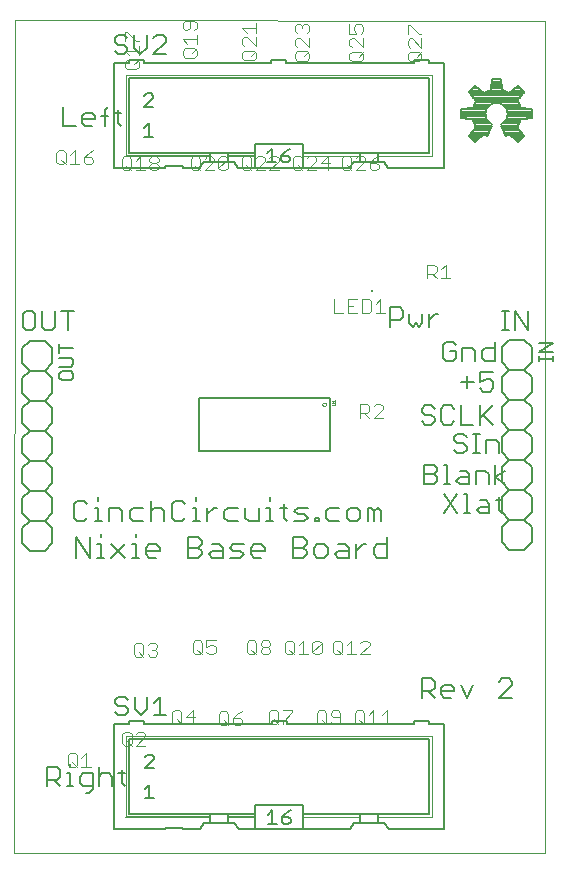
<source format=gto>
G75*
G70*
%OFA0B0*%
%FSLAX24Y24*%
%IPPOS*%
%LPD*%
%AMOC8*
5,1,8,0,0,1.08239X$1,22.5*
%
%ADD10C,0.0000*%
%ADD11C,0.0079*%
%ADD12C,0.0060*%
%ADD13C,0.0080*%
%ADD14C,0.0050*%
%ADD15C,0.0020*%
%ADD16C,0.0070*%
%ADD17C,0.0040*%
%ADD18R,0.0098X0.0098*%
%ADD19C,0.0020*%
%ADD20C,0.0010*%
D10*
X001415Y000100D02*
X001454Y027856D01*
X019132Y027844D01*
X019132Y000100D01*
X001415Y000100D01*
D11*
X016790Y023815D02*
X016587Y024019D01*
X016829Y024315D01*
X016785Y024394D01*
X016751Y024477D01*
X016726Y024563D01*
X016345Y024602D01*
X016345Y024890D01*
X016726Y024928D01*
X016751Y025014D01*
X016785Y025097D01*
X016829Y025176D01*
X016587Y025473D01*
X016790Y025676D01*
X017087Y025434D01*
X017166Y025478D01*
X017249Y025512D01*
X017785Y025512D01*
X017786Y025512D02*
X017700Y025537D01*
X017661Y025918D01*
X017373Y025918D01*
X017335Y025537D01*
X017249Y025512D01*
X017340Y025589D02*
X017695Y025589D01*
X017687Y025667D02*
X017348Y025667D01*
X017356Y025744D02*
X017679Y025744D01*
X017671Y025821D02*
X017364Y025821D01*
X017371Y025898D02*
X017663Y025898D01*
X017786Y025512D02*
X017869Y025478D01*
X017948Y025434D01*
X018244Y025676D01*
X018448Y025473D01*
X018206Y025176D01*
X018249Y025097D01*
X018284Y025014D01*
X018309Y024928D01*
X018690Y024890D01*
X018690Y024602D01*
X018309Y024563D01*
X018284Y024477D01*
X018249Y024394D01*
X018206Y024315D01*
X018448Y024019D01*
X018244Y023815D01*
X017948Y024057D01*
X017889Y024024D01*
X017828Y023995D01*
X017659Y024405D01*
X017722Y024439D01*
X017778Y024485D01*
X017824Y024541D01*
X017858Y024604D01*
X017879Y024674D01*
X017886Y024746D01*
X017879Y024818D01*
X017858Y024887D01*
X017824Y024951D01*
X017778Y025007D01*
X017722Y025053D01*
X017659Y025087D01*
X017589Y025108D01*
X017517Y025115D01*
X017445Y025108D01*
X017376Y025087D01*
X017312Y025053D01*
X017256Y025007D01*
X017210Y024951D01*
X017176Y024887D01*
X017155Y024818D01*
X017148Y024746D01*
X017155Y024674D01*
X017176Y024604D01*
X017210Y024541D01*
X017256Y024485D01*
X017312Y024439D01*
X017376Y024405D01*
X017207Y023995D01*
X017146Y024024D01*
X017087Y024057D01*
X016790Y023815D01*
X016715Y023890D02*
X016882Y023890D01*
X016977Y023967D02*
X016638Y023967D01*
X016608Y024045D02*
X017072Y024045D01*
X017109Y024045D02*
X017227Y024045D01*
X017259Y024122D02*
X016671Y024122D01*
X016734Y024199D02*
X017291Y024199D01*
X017323Y024276D02*
X016797Y024276D01*
X016808Y024353D02*
X017355Y024353D01*
X017327Y024431D02*
X016770Y024431D01*
X016742Y024508D02*
X017237Y024508D01*
X017187Y024585D02*
X016508Y024585D01*
X016345Y024662D02*
X017159Y024662D01*
X017149Y024740D02*
X016345Y024740D01*
X016345Y024817D02*
X017155Y024817D01*
X017180Y024894D02*
X016390Y024894D01*
X016681Y025358D02*
X018354Y025358D01*
X018417Y025435D02*
X017948Y025435D01*
X017947Y025435D02*
X017088Y025435D01*
X017086Y025435D02*
X016618Y025435D01*
X016626Y025512D02*
X016992Y025512D01*
X016897Y025589D02*
X016703Y025589D01*
X016780Y025667D02*
X016802Y025667D01*
X016744Y025280D02*
X018291Y025280D01*
X018228Y025203D02*
X016807Y025203D01*
X016801Y025126D02*
X018234Y025126D01*
X018269Y025049D02*
X017727Y025049D01*
X017807Y024971D02*
X018296Y024971D01*
X018645Y024894D02*
X017854Y024894D01*
X017879Y024817D02*
X018690Y024817D01*
X018690Y024740D02*
X017886Y024740D01*
X017876Y024662D02*
X018690Y024662D01*
X018527Y024585D02*
X017848Y024585D01*
X017797Y024508D02*
X018293Y024508D01*
X018264Y024431D02*
X017707Y024431D01*
X017680Y024353D02*
X018227Y024353D01*
X018238Y024276D02*
X017712Y024276D01*
X017744Y024199D02*
X018301Y024199D01*
X018364Y024122D02*
X017776Y024122D01*
X017808Y024045D02*
X017926Y024045D01*
X017963Y024045D02*
X018427Y024045D01*
X018397Y023967D02*
X018058Y023967D01*
X018152Y023890D02*
X018320Y023890D01*
X017227Y024971D02*
X016739Y024971D01*
X016765Y025049D02*
X017308Y025049D01*
X018043Y025512D02*
X018409Y025512D01*
X018332Y025589D02*
X018138Y025589D01*
X018232Y025667D02*
X018254Y025667D01*
D12*
X018135Y018172D02*
X018562Y017532D01*
X018562Y018172D01*
X018135Y018172D02*
X018135Y017532D01*
X017918Y017532D02*
X017705Y017532D01*
X017812Y017532D02*
X017812Y018172D01*
X017918Y018172D02*
X017705Y018172D01*
X017937Y017222D02*
X017687Y016972D01*
X017687Y016472D01*
X017937Y016222D01*
X017687Y015972D01*
X017687Y015472D01*
X017937Y015222D01*
X018437Y015222D01*
X018687Y015472D01*
X018687Y015972D01*
X018437Y016222D01*
X017937Y016222D01*
X018437Y016222D02*
X018687Y016472D01*
X018687Y016972D01*
X018437Y017222D01*
X017937Y017222D01*
X017452Y017148D02*
X017452Y016508D01*
X017132Y016508D01*
X017025Y016615D01*
X017025Y016828D01*
X017132Y016935D01*
X017452Y016935D01*
X017398Y016125D02*
X016971Y016125D01*
X016971Y015805D01*
X017185Y015911D01*
X017292Y015911D01*
X017398Y015805D01*
X017398Y015591D01*
X017292Y015484D01*
X017078Y015484D01*
X016971Y015591D01*
X016754Y015805D02*
X016327Y015805D01*
X016540Y016018D02*
X016540Y015591D01*
X016317Y015023D02*
X016317Y014382D01*
X016744Y014382D01*
X016961Y014382D02*
X016961Y015023D01*
X017068Y014702D02*
X017388Y014382D01*
X017687Y014472D02*
X017687Y014972D01*
X017937Y015222D01*
X018437Y015222D02*
X018687Y014972D01*
X018687Y014472D01*
X018437Y014222D01*
X018687Y013972D01*
X018687Y013472D01*
X018437Y013222D01*
X018687Y012972D01*
X018687Y012472D01*
X018437Y012222D01*
X017937Y012222D01*
X017687Y012472D01*
X017687Y012972D01*
X017937Y013222D01*
X017687Y013472D01*
X017687Y013972D01*
X017937Y014222D01*
X017687Y014472D01*
X017937Y014222D02*
X018437Y014222D01*
X017592Y013757D02*
X017592Y013437D01*
X017592Y013757D02*
X017485Y013864D01*
X017165Y013864D01*
X017165Y013437D01*
X016949Y013437D02*
X016735Y013437D01*
X016842Y013437D02*
X016842Y014078D01*
X016735Y014078D02*
X016949Y014078D01*
X016961Y014595D02*
X017388Y015023D01*
X016411Y014078D02*
X016197Y014078D01*
X016091Y013971D01*
X016091Y013864D01*
X016197Y013757D01*
X016411Y013757D01*
X016518Y013651D01*
X016518Y013544D01*
X016411Y013437D01*
X016197Y013437D01*
X016091Y013544D01*
X015858Y013054D02*
X015858Y012413D01*
X015964Y012413D02*
X015751Y012413D01*
X015776Y012070D02*
X016203Y011429D01*
X016420Y011429D02*
X016634Y011429D01*
X016527Y011429D02*
X016527Y012070D01*
X016420Y012070D01*
X016203Y012070D02*
X015776Y011429D01*
X015427Y012413D02*
X015106Y012413D01*
X015106Y013054D01*
X015427Y013054D01*
X015533Y012947D01*
X015533Y012840D01*
X015427Y012734D01*
X015106Y012734D01*
X015427Y012734D02*
X015533Y012627D01*
X015533Y012520D01*
X015427Y012413D01*
X015751Y013054D02*
X015858Y013054D01*
X016287Y012840D02*
X016501Y012840D01*
X016608Y012734D01*
X016608Y012413D01*
X016287Y012413D01*
X016181Y012520D01*
X016287Y012627D01*
X016608Y012627D01*
X016825Y012413D02*
X016825Y012840D01*
X017145Y012840D01*
X017252Y012734D01*
X017252Y012413D01*
X017470Y012413D02*
X017470Y013054D01*
X017790Y012840D02*
X017470Y012627D01*
X017790Y012413D01*
X017937Y012222D02*
X017687Y011972D01*
X017687Y011472D01*
X017937Y011222D01*
X017687Y010972D01*
X017687Y010472D01*
X017937Y010222D01*
X018437Y010222D01*
X018687Y010472D01*
X018687Y010972D01*
X018437Y011222D01*
X017937Y011222D01*
X017708Y011429D02*
X017601Y011536D01*
X017601Y011963D01*
X017494Y011856D02*
X017708Y011856D01*
X017277Y011749D02*
X017277Y011429D01*
X016957Y011429D01*
X016850Y011536D01*
X016957Y011643D01*
X017277Y011643D01*
X017277Y011749D02*
X017170Y011856D01*
X016957Y011856D01*
X017937Y013222D02*
X018437Y013222D01*
X018437Y012222D02*
X018687Y011972D01*
X018687Y011472D01*
X018437Y011222D01*
X016518Y013971D02*
X016411Y014078D01*
X016099Y014489D02*
X015992Y014382D01*
X015779Y014382D01*
X015672Y014489D01*
X015672Y014916D01*
X015779Y015023D01*
X015992Y015023D01*
X016099Y014916D01*
X015455Y014916D02*
X015348Y015023D01*
X015134Y015023D01*
X015028Y014916D01*
X015028Y014809D01*
X015134Y014702D01*
X015348Y014702D01*
X015455Y014595D01*
X015455Y014489D01*
X015348Y014382D01*
X015134Y014382D01*
X015028Y014489D01*
X015843Y016508D02*
X015736Y016615D01*
X015736Y017042D01*
X015843Y017148D01*
X016057Y017148D01*
X016163Y017042D01*
X016163Y016828D02*
X015950Y016828D01*
X016163Y016828D02*
X016163Y016615D01*
X016057Y016508D01*
X015843Y016508D01*
X016381Y016508D02*
X016381Y016935D01*
X016701Y016935D01*
X016808Y016828D01*
X016808Y016508D01*
X015574Y018077D02*
X015467Y018077D01*
X015254Y017863D01*
X015254Y017650D02*
X015254Y018077D01*
X015036Y018077D02*
X015036Y017756D01*
X014929Y017650D01*
X014823Y017756D01*
X014716Y017650D01*
X014609Y017756D01*
X014609Y018077D01*
X014392Y018183D02*
X014392Y017970D01*
X014285Y017863D01*
X013965Y017863D01*
X013965Y017650D02*
X013965Y018290D01*
X014285Y018290D01*
X014392Y018183D01*
X015028Y005928D02*
X015348Y005928D01*
X015455Y005821D01*
X015455Y005608D01*
X015348Y005501D01*
X015028Y005501D01*
X015241Y005501D02*
X015455Y005287D01*
X015672Y005394D02*
X015672Y005608D01*
X015779Y005715D01*
X015992Y005715D01*
X016099Y005608D01*
X016099Y005501D01*
X015672Y005501D01*
X015672Y005394D02*
X015779Y005287D01*
X015992Y005287D01*
X016317Y005715D02*
X016530Y005287D01*
X016744Y005715D01*
X017606Y005821D02*
X017713Y005928D01*
X017926Y005928D01*
X018033Y005821D01*
X018033Y005715D01*
X017606Y005287D01*
X018033Y005287D01*
X015028Y005287D02*
X015028Y005928D01*
X005124Y002762D02*
X004911Y002762D01*
X005017Y002869D02*
X005017Y002441D01*
X005124Y002335D01*
X004693Y002335D02*
X004693Y002655D01*
X004586Y002762D01*
X004373Y002762D01*
X004266Y002655D01*
X004049Y002762D02*
X003728Y002762D01*
X003622Y002655D01*
X003622Y002441D01*
X003728Y002335D01*
X004049Y002335D01*
X004049Y002228D02*
X004049Y002762D01*
X004266Y002975D02*
X004266Y002335D01*
X004049Y002228D02*
X003942Y002121D01*
X003835Y002121D01*
X003405Y002335D02*
X003192Y002335D01*
X003299Y002335D02*
X003299Y002762D01*
X003192Y002762D01*
X003299Y002975D02*
X003299Y003082D01*
X002974Y002869D02*
X002974Y002655D01*
X002868Y002548D01*
X002547Y002548D01*
X002547Y002335D02*
X002547Y002975D01*
X002868Y002975D01*
X002974Y002869D01*
X002761Y002548D02*
X002974Y002335D01*
X002452Y010183D02*
X001952Y010183D01*
X001702Y010433D01*
X001702Y010933D01*
X001952Y011183D01*
X001702Y011433D01*
X001702Y011933D01*
X001952Y012183D01*
X001702Y012433D01*
X001702Y012933D01*
X001952Y013183D01*
X001702Y013433D01*
X001702Y013933D01*
X001952Y014183D01*
X001702Y014433D01*
X001702Y014933D01*
X001952Y015183D01*
X001702Y015433D01*
X001702Y015933D01*
X001952Y016183D01*
X001702Y016433D01*
X001702Y016933D01*
X001952Y017183D01*
X002452Y017183D01*
X002702Y016933D01*
X002702Y016433D01*
X002452Y016183D01*
X002702Y015933D01*
X002702Y015433D01*
X002452Y015183D01*
X001952Y015183D01*
X002452Y015183D02*
X002702Y014933D01*
X002702Y014433D01*
X002452Y014183D01*
X002702Y013933D01*
X002702Y013433D01*
X002452Y013183D01*
X002702Y012933D01*
X002702Y012433D01*
X002452Y012183D01*
X001952Y012183D01*
X002452Y012183D02*
X002702Y011933D01*
X002702Y011433D01*
X002452Y011183D01*
X002702Y010933D01*
X002702Y010433D01*
X002452Y010183D01*
X002452Y011183D02*
X001952Y011183D01*
X001952Y013183D02*
X002452Y013183D01*
X002452Y014183D02*
X001952Y014183D01*
X001952Y016183D02*
X002452Y016183D01*
X002472Y017532D02*
X002685Y017532D01*
X002792Y017638D01*
X002792Y018172D01*
X003010Y018172D02*
X003437Y018172D01*
X003223Y018172D02*
X003223Y017532D01*
X002472Y017532D02*
X002365Y017638D01*
X002365Y018172D01*
X002148Y018065D02*
X002148Y017638D01*
X002041Y017532D01*
X001827Y017532D01*
X001721Y017638D01*
X001721Y018065D01*
X001827Y018172D01*
X002041Y018172D01*
X002148Y018065D01*
X003059Y024343D02*
X003486Y024343D01*
X003704Y024449D02*
X003704Y024663D01*
X003810Y024770D01*
X004024Y024770D01*
X004131Y024663D01*
X004131Y024556D01*
X003704Y024556D01*
X003704Y024449D02*
X003810Y024343D01*
X004024Y024343D01*
X004455Y024343D02*
X004455Y024876D01*
X004562Y024983D01*
X004778Y024770D02*
X004991Y024770D01*
X004885Y024876D02*
X004885Y024449D01*
X004991Y024343D01*
X004562Y024663D02*
X004348Y024663D01*
X003059Y024983D02*
X003059Y024343D01*
D13*
X004237Y011958D02*
X004237Y011844D01*
X004237Y011617D02*
X004237Y011164D01*
X004350Y011164D02*
X004123Y011164D01*
X003877Y011277D02*
X003764Y011164D01*
X003537Y011164D01*
X003423Y011277D01*
X003423Y011731D01*
X003537Y011844D01*
X003764Y011844D01*
X003877Y011731D01*
X004123Y011617D02*
X004237Y011617D01*
X004590Y011617D02*
X004590Y011164D01*
X004590Y011617D02*
X004930Y011617D01*
X005044Y011504D01*
X005044Y011164D01*
X005290Y011277D02*
X005290Y011504D01*
X005403Y011617D01*
X005743Y011617D01*
X005989Y011504D02*
X006103Y011617D01*
X006330Y011617D01*
X006443Y011504D01*
X006443Y011164D01*
X006689Y011277D02*
X006689Y011731D01*
X006803Y011844D01*
X007029Y011844D01*
X007143Y011731D01*
X007389Y011617D02*
X007502Y011617D01*
X007502Y011164D01*
X007389Y011164D02*
X007616Y011164D01*
X007856Y011164D02*
X007856Y011617D01*
X008082Y011617D02*
X007856Y011390D01*
X007502Y011844D02*
X007502Y011958D01*
X008082Y011617D02*
X008196Y011617D01*
X008439Y011504D02*
X008439Y011277D01*
X008552Y011164D01*
X008892Y011164D01*
X009138Y011277D02*
X009252Y011164D01*
X009592Y011164D01*
X009592Y011617D01*
X009838Y011617D02*
X009952Y011617D01*
X009952Y011164D01*
X010065Y011164D02*
X009838Y011164D01*
X010418Y011277D02*
X010418Y011731D01*
X010305Y011617D02*
X010532Y011617D01*
X010771Y011504D02*
X010885Y011617D01*
X011225Y011617D01*
X011112Y011390D02*
X010885Y011390D01*
X010771Y011504D01*
X010771Y011164D02*
X011112Y011164D01*
X011225Y011277D01*
X011112Y011390D01*
X011471Y011277D02*
X011585Y011277D01*
X011585Y011164D01*
X011471Y011164D01*
X011471Y011277D01*
X011821Y011277D02*
X011934Y011164D01*
X012275Y011164D01*
X012521Y011277D02*
X012521Y011504D01*
X012634Y011617D01*
X012861Y011617D01*
X012975Y011504D01*
X012975Y011277D01*
X012861Y011164D01*
X012634Y011164D01*
X012521Y011277D01*
X012275Y011617D02*
X011934Y011617D01*
X011821Y011504D01*
X011821Y011277D01*
X011774Y010397D02*
X011547Y010397D01*
X011433Y010283D01*
X011433Y010057D01*
X011547Y009943D01*
X011774Y009943D01*
X011887Y010057D01*
X011887Y010283D01*
X011774Y010397D01*
X012133Y010057D02*
X012246Y010170D01*
X012587Y010170D01*
X012587Y010283D02*
X012587Y009943D01*
X012246Y009943D01*
X012133Y010057D01*
X012246Y010397D02*
X012473Y010397D01*
X012587Y010283D01*
X012833Y010170D02*
X013060Y010397D01*
X013173Y010397D01*
X012833Y010397D02*
X012833Y009943D01*
X013416Y010057D02*
X013416Y010283D01*
X013529Y010397D01*
X013870Y010397D01*
X013870Y010624D02*
X013870Y009943D01*
X013529Y009943D01*
X013416Y010057D01*
X013447Y011164D02*
X013447Y011504D01*
X013561Y011617D01*
X013674Y011504D01*
X013674Y011164D01*
X013447Y011504D02*
X013334Y011617D01*
X013221Y011617D01*
X013221Y011164D01*
X011187Y010510D02*
X011187Y010397D01*
X011074Y010283D01*
X010733Y010283D01*
X010733Y009943D02*
X011074Y009943D01*
X011187Y010057D01*
X011187Y010170D01*
X011074Y010283D01*
X011187Y010510D02*
X011074Y010624D01*
X010733Y010624D01*
X010733Y009943D01*
X010532Y011164D02*
X010418Y011277D01*
X009952Y011844D02*
X009952Y011958D01*
X009138Y011617D02*
X009138Y011277D01*
X008892Y011617D02*
X008552Y011617D01*
X008439Y011504D01*
X007575Y010624D02*
X007688Y010510D01*
X007688Y010397D01*
X007575Y010283D01*
X007234Y010283D01*
X007234Y009943D02*
X007575Y009943D01*
X007688Y010057D01*
X007688Y010170D01*
X007575Y010283D01*
X007575Y010624D02*
X007234Y010624D01*
X007234Y009943D01*
X007934Y010057D02*
X008048Y010170D01*
X008388Y010170D01*
X008388Y010283D02*
X008388Y009943D01*
X008048Y009943D01*
X007934Y010057D01*
X008048Y010397D02*
X008275Y010397D01*
X008388Y010283D01*
X008634Y010283D02*
X008747Y010397D01*
X009088Y010397D01*
X008974Y010170D02*
X008747Y010170D01*
X008634Y010283D01*
X008634Y009943D02*
X008974Y009943D01*
X009088Y010057D01*
X008974Y010170D01*
X009334Y010170D02*
X009788Y010170D01*
X009788Y010283D01*
X009674Y010397D01*
X009447Y010397D01*
X009334Y010283D01*
X009334Y010057D01*
X009447Y009943D01*
X009674Y009943D01*
X007143Y011277D02*
X007029Y011164D01*
X006803Y011164D01*
X006689Y011277D01*
X006175Y010397D02*
X006289Y010283D01*
X006289Y010170D01*
X005835Y010170D01*
X005835Y010057D02*
X005835Y010283D01*
X005948Y010397D01*
X006175Y010397D01*
X006175Y009943D02*
X005948Y009943D01*
X005835Y010057D01*
X005595Y009943D02*
X005368Y009943D01*
X005482Y009943D02*
X005482Y010397D01*
X005368Y010397D01*
X005122Y010397D02*
X004669Y009943D01*
X004429Y009943D02*
X004202Y009943D01*
X004315Y009943D02*
X004315Y010397D01*
X004202Y010397D01*
X004315Y010624D02*
X004315Y010737D01*
X003956Y010624D02*
X003956Y009943D01*
X003502Y010624D01*
X003502Y009943D01*
X004669Y010397D02*
X005122Y009943D01*
X005482Y010624D02*
X005482Y010737D01*
X005403Y011164D02*
X005290Y011277D01*
X005403Y011164D02*
X005743Y011164D01*
X005989Y011164D02*
X005989Y011844D01*
D14*
X007596Y013495D02*
X007596Y015287D01*
X011964Y015287D01*
X011964Y013495D01*
X007596Y013495D01*
X003397Y015932D02*
X003397Y016082D01*
X003322Y016157D01*
X003022Y016157D01*
X002947Y016082D01*
X002947Y015932D01*
X003022Y015856D01*
X003322Y015856D01*
X003397Y015932D01*
X003322Y016317D02*
X003397Y016392D01*
X003397Y016542D01*
X003322Y016617D01*
X002947Y016617D01*
X002947Y016777D02*
X002947Y017078D01*
X002947Y016927D02*
X003397Y016927D01*
X003322Y016317D02*
X002947Y016317D01*
X004754Y022948D02*
X006454Y022948D01*
X006454Y022998D01*
X007054Y022998D01*
X007054Y022948D01*
X007604Y022948D01*
X007754Y023148D01*
X007954Y023148D01*
X008554Y023148D01*
X008754Y023148D01*
X008904Y022948D01*
X009454Y022948D01*
X009454Y023348D01*
X008554Y023348D01*
X008554Y023448D01*
X007954Y023448D01*
X005254Y023448D01*
X005254Y025948D01*
X015254Y025948D01*
X015254Y023448D01*
X013554Y023448D01*
X012954Y023448D01*
X011054Y023448D01*
X011054Y023348D01*
X011054Y022948D01*
X009454Y022948D01*
X009454Y023348D02*
X009454Y023448D01*
X008554Y023448D01*
X008554Y023348D02*
X008554Y023148D01*
X007954Y023148D02*
X007954Y023348D01*
X007954Y023448D01*
X007954Y023348D02*
X005154Y023348D01*
X004754Y022948D02*
X004754Y026448D01*
X005254Y026448D01*
X005254Y026548D01*
X005754Y026548D01*
X005754Y026448D01*
X010004Y026448D01*
X010004Y026548D01*
X010504Y026548D01*
X010504Y026448D01*
X014754Y026448D01*
X014754Y026548D01*
X015254Y026548D01*
X015254Y026448D01*
X015754Y026448D01*
X015754Y022948D01*
X013904Y022948D01*
X013754Y023148D01*
X013554Y023148D01*
X012954Y023148D01*
X012754Y023148D01*
X012604Y022948D01*
X011054Y022948D01*
X011054Y023448D02*
X011054Y023748D01*
X009454Y023748D01*
X009454Y023448D01*
X009879Y023424D02*
X010029Y023574D01*
X010029Y023123D01*
X009879Y023123D02*
X010179Y023123D01*
X010339Y023198D02*
X010414Y023123D01*
X010564Y023123D01*
X010639Y023198D01*
X010639Y023274D01*
X010564Y023349D01*
X010339Y023349D01*
X010339Y023198D01*
X010339Y023349D02*
X010489Y023499D01*
X010639Y023574D01*
X012954Y023448D02*
X012954Y023348D01*
X012954Y023148D01*
X013554Y023148D02*
X013554Y023348D01*
X013554Y023448D01*
X018931Y017117D02*
X019382Y017117D01*
X018931Y016817D01*
X019382Y016817D01*
X019382Y016660D02*
X019382Y016510D01*
X019382Y016585D02*
X018931Y016585D01*
X018931Y016510D02*
X018931Y016660D01*
X015769Y004405D02*
X015269Y004405D01*
X015269Y004505D01*
X014769Y004505D01*
X014769Y004405D01*
X010519Y004405D01*
X010519Y004505D01*
X010019Y004505D01*
X010019Y004405D01*
X005769Y004405D01*
X005769Y004505D01*
X005269Y004505D01*
X005269Y004405D01*
X004769Y004405D01*
X004769Y000905D01*
X006469Y000905D01*
X006469Y000955D01*
X007069Y000955D01*
X007069Y000905D01*
X007619Y000905D01*
X007769Y001105D01*
X007969Y001105D01*
X008569Y001105D01*
X008769Y001105D01*
X008919Y000905D01*
X009469Y000905D01*
X009469Y001305D01*
X008569Y001305D01*
X008569Y001405D01*
X007969Y001405D01*
X005269Y001405D01*
X005269Y003905D01*
X015269Y003905D01*
X015269Y001405D01*
X013569Y001405D01*
X012969Y001405D01*
X011069Y001405D01*
X011069Y001305D01*
X011069Y000905D01*
X009469Y000905D01*
X009469Y001305D02*
X009469Y001405D01*
X008569Y001405D01*
X008569Y001305D02*
X008569Y001105D01*
X007969Y001105D02*
X007969Y001305D01*
X007969Y001405D01*
X007969Y001305D02*
X005169Y001305D01*
X005794Y001930D02*
X006095Y001930D01*
X005944Y001930D02*
X005944Y002381D01*
X005794Y002230D01*
X005794Y002930D02*
X006095Y003230D01*
X006095Y003305D01*
X006019Y003381D01*
X005869Y003381D01*
X005794Y003305D01*
X005794Y002930D02*
X006095Y002930D01*
X009469Y001705D02*
X009469Y001405D01*
X009469Y001705D02*
X011069Y001705D01*
X011069Y001405D01*
X011069Y000905D02*
X012619Y000905D01*
X012769Y001105D01*
X012969Y001105D01*
X013569Y001105D01*
X013569Y001305D01*
X013569Y001405D01*
X013569Y001105D02*
X013769Y001105D01*
X013919Y000905D01*
X015769Y000905D01*
X015769Y004405D01*
X012969Y001405D02*
X012969Y001305D01*
X012969Y001105D01*
X010655Y001155D02*
X010655Y001230D01*
X010580Y001305D01*
X010355Y001305D01*
X010355Y001155D01*
X010430Y001080D01*
X010580Y001080D01*
X010655Y001155D01*
X010505Y001455D02*
X010355Y001305D01*
X010505Y001455D02*
X010655Y001531D01*
X010044Y001531D02*
X010044Y001080D01*
X009894Y001080D02*
X010195Y001080D01*
X009894Y001380D02*
X010044Y001531D01*
X006079Y023973D02*
X005779Y023973D01*
X005929Y023973D02*
X005929Y024424D01*
X005779Y024274D01*
X005779Y024973D02*
X006079Y025274D01*
X006079Y025349D01*
X006004Y025424D01*
X005854Y025424D01*
X005779Y025349D01*
X005779Y024973D02*
X006079Y024973D01*
D15*
X005154Y026048D02*
X005154Y023348D01*
X005154Y026048D02*
X015354Y026048D01*
X015354Y023348D01*
X013554Y023348D01*
X012954Y023348D02*
X011054Y023348D01*
X015369Y004005D02*
X005169Y004005D01*
X005169Y001305D01*
X011069Y001305D02*
X012969Y001305D01*
X013569Y001305D02*
X015369Y001305D01*
X015369Y004005D01*
D16*
X006514Y004690D02*
X006093Y004690D01*
X005869Y004900D02*
X005869Y005321D01*
X006093Y005110D02*
X006304Y005321D01*
X006304Y004690D01*
X005869Y004900D02*
X005659Y004690D01*
X005449Y004900D01*
X005449Y005321D01*
X005225Y005216D02*
X005120Y005321D01*
X004909Y005321D01*
X004804Y005216D01*
X004804Y005110D01*
X004909Y005005D01*
X005120Y005005D01*
X005225Y004900D01*
X005225Y004795D01*
X005120Y004690D01*
X004909Y004690D01*
X004804Y004795D01*
X004894Y026733D02*
X004789Y026839D01*
X004894Y026733D02*
X005104Y026733D01*
X005209Y026839D01*
X005209Y026944D01*
X005104Y027049D01*
X004894Y027049D01*
X004789Y027154D01*
X004789Y027259D01*
X004894Y027364D01*
X005104Y027364D01*
X005209Y027259D01*
X005433Y027364D02*
X005433Y026944D01*
X005643Y026733D01*
X005853Y026944D01*
X005853Y027364D01*
X006078Y027259D02*
X006183Y027364D01*
X006393Y027364D01*
X006498Y027259D01*
X006498Y027154D01*
X006078Y026733D01*
X006498Y026733D01*
D17*
X007055Y026695D02*
X007055Y026849D01*
X007131Y026926D01*
X007438Y026926D01*
X007515Y026849D01*
X007515Y026695D01*
X007438Y026619D01*
X007131Y026619D01*
X007055Y026695D01*
X007208Y027079D02*
X007055Y027233D01*
X007515Y027233D01*
X007515Y027386D02*
X007515Y027079D01*
X007515Y026926D02*
X007362Y026772D01*
X007438Y027540D02*
X007515Y027616D01*
X007515Y027770D01*
X007438Y027846D01*
X007131Y027846D01*
X007055Y027770D01*
X007055Y027616D01*
X007131Y027540D01*
X007208Y027540D01*
X007285Y027616D01*
X007285Y027846D01*
X009031Y027606D02*
X009491Y027606D01*
X009491Y027453D02*
X009491Y027760D01*
X009184Y027453D02*
X009031Y027606D01*
X009108Y027299D02*
X009031Y027223D01*
X009031Y027069D01*
X009108Y026993D01*
X009108Y026839D02*
X009031Y026762D01*
X009031Y026609D01*
X009108Y026532D01*
X009415Y026532D01*
X009491Y026609D01*
X009491Y026762D01*
X009415Y026839D01*
X009108Y026839D01*
X009338Y026686D02*
X009491Y026839D01*
X009491Y026993D02*
X009184Y027299D01*
X009108Y027299D01*
X009491Y027299D02*
X009491Y026993D01*
X010803Y027054D02*
X010879Y026977D01*
X010803Y027054D02*
X010803Y027207D01*
X010879Y027284D01*
X010956Y027284D01*
X011263Y026977D01*
X011263Y027284D01*
X011186Y027437D02*
X011263Y027514D01*
X011263Y027667D01*
X011186Y027744D01*
X011110Y027744D01*
X011033Y027667D01*
X011033Y027591D01*
X011033Y027667D02*
X010956Y027744D01*
X010879Y027744D01*
X010803Y027667D01*
X010803Y027514D01*
X010879Y027437D01*
X010879Y026823D02*
X010803Y026747D01*
X010803Y026593D01*
X010879Y026516D01*
X011186Y026516D01*
X011263Y026593D01*
X011263Y026747D01*
X011186Y026823D01*
X010879Y026823D01*
X011110Y026670D02*
X011263Y026823D01*
X012614Y026731D02*
X012614Y026577D01*
X012690Y026501D01*
X012997Y026501D01*
X013074Y026577D01*
X013074Y026731D01*
X012997Y026808D01*
X012690Y026808D01*
X012614Y026731D01*
X012690Y026961D02*
X012614Y027038D01*
X012614Y027191D01*
X012690Y027268D01*
X012767Y027268D01*
X013074Y026961D01*
X013074Y027268D01*
X012997Y027421D02*
X013074Y027498D01*
X013074Y027652D01*
X012997Y027728D01*
X012844Y027728D01*
X012767Y027652D01*
X012767Y027575D01*
X012844Y027421D01*
X012614Y027421D01*
X012614Y027728D01*
X013074Y026808D02*
X012921Y026654D01*
X014551Y026723D02*
X014551Y026569D01*
X014627Y026493D01*
X014934Y026493D01*
X015011Y026569D01*
X015011Y026723D01*
X014934Y026800D01*
X014627Y026800D01*
X014551Y026723D01*
X014627Y026953D02*
X014551Y027030D01*
X014551Y027183D01*
X014627Y027260D01*
X014704Y027260D01*
X015011Y026953D01*
X015011Y027260D01*
X015011Y027414D02*
X014934Y027414D01*
X014627Y027720D01*
X014551Y027720D01*
X014551Y027414D01*
X015011Y026800D02*
X014858Y026646D01*
X013590Y023334D02*
X013436Y023258D01*
X013283Y023104D01*
X013513Y023104D01*
X013590Y023027D01*
X013590Y022951D01*
X013513Y022874D01*
X013360Y022874D01*
X013283Y022951D01*
X013283Y023104D01*
X013129Y023181D02*
X013129Y023258D01*
X013053Y023334D01*
X012899Y023334D01*
X012823Y023258D01*
X012669Y023258D02*
X012669Y022951D01*
X012592Y022874D01*
X012439Y022874D01*
X012362Y022951D01*
X012362Y023258D01*
X012439Y023334D01*
X012592Y023334D01*
X012669Y023258D01*
X012516Y023027D02*
X012669Y022874D01*
X012823Y022874D02*
X013129Y023181D01*
X013129Y022874D02*
X012823Y022874D01*
X011960Y023104D02*
X011653Y023104D01*
X011883Y023334D01*
X011883Y022874D01*
X011500Y022874D02*
X011193Y022874D01*
X011500Y023181D01*
X011500Y023258D01*
X011423Y023334D01*
X011269Y023334D01*
X011193Y023258D01*
X011039Y023258D02*
X011039Y022951D01*
X010962Y022874D01*
X010809Y022874D01*
X010732Y022951D01*
X010732Y023258D01*
X010809Y023334D01*
X010962Y023334D01*
X011039Y023258D01*
X010886Y023027D02*
X011039Y022874D01*
X010251Y022874D02*
X009944Y022874D01*
X010251Y023181D01*
X010251Y023258D01*
X010175Y023334D01*
X010021Y023334D01*
X009944Y023258D01*
X009791Y023258D02*
X009791Y023181D01*
X009484Y022874D01*
X009791Y022874D01*
X009791Y023258D02*
X009714Y023334D01*
X009561Y023334D01*
X009484Y023258D01*
X009330Y023258D02*
X009330Y022951D01*
X009254Y022874D01*
X009100Y022874D01*
X009024Y022951D01*
X009024Y023258D01*
X009100Y023334D01*
X009254Y023334D01*
X009330Y023258D01*
X009177Y023027D02*
X009330Y022874D01*
X008550Y022943D02*
X008474Y022866D01*
X008320Y022866D01*
X008244Y022943D01*
X008550Y023250D01*
X008550Y022943D01*
X008550Y023250D02*
X008474Y023326D01*
X008320Y023326D01*
X008244Y023250D01*
X008244Y022943D01*
X008090Y022866D02*
X007783Y022866D01*
X008090Y023173D01*
X008090Y023250D01*
X008013Y023326D01*
X007860Y023326D01*
X007783Y023250D01*
X007630Y023250D02*
X007630Y022943D01*
X007553Y022866D01*
X007399Y022866D01*
X007323Y022943D01*
X007323Y023250D01*
X007399Y023326D01*
X007553Y023326D01*
X007630Y023250D01*
X007476Y023020D02*
X007630Y022866D01*
X006251Y022943D02*
X006175Y022866D01*
X006021Y022866D01*
X005944Y022943D01*
X005944Y023020D01*
X006021Y023096D01*
X006175Y023096D01*
X006251Y023020D01*
X006251Y022943D01*
X006175Y023096D02*
X006251Y023173D01*
X006251Y023250D01*
X006175Y023326D01*
X006021Y023326D01*
X005944Y023250D01*
X005944Y023173D01*
X006021Y023096D01*
X005791Y022866D02*
X005484Y022866D01*
X005637Y022866D02*
X005637Y023326D01*
X005484Y023173D01*
X005330Y023250D02*
X005330Y022943D01*
X005254Y022866D01*
X005100Y022866D01*
X005024Y022943D01*
X005024Y023250D01*
X005100Y023326D01*
X005254Y023326D01*
X005330Y023250D01*
X005177Y023020D02*
X005330Y022866D01*
X004070Y023140D02*
X004070Y023216D01*
X003993Y023293D01*
X003763Y023293D01*
X003763Y023140D01*
X003840Y023063D01*
X003993Y023063D01*
X004070Y023140D01*
X003917Y023447D02*
X003763Y023293D01*
X003917Y023447D02*
X004070Y023523D01*
X003610Y023063D02*
X003303Y023063D01*
X003456Y023063D02*
X003456Y023523D01*
X003303Y023370D01*
X003149Y023447D02*
X003149Y023140D01*
X003073Y023063D01*
X002919Y023063D01*
X002842Y023140D01*
X002842Y023447D01*
X002919Y023523D01*
X003073Y023523D01*
X003149Y023447D01*
X002996Y023216D02*
X003149Y023063D01*
X005202Y026241D02*
X005126Y026318D01*
X005126Y026471D01*
X005202Y026548D01*
X005509Y026548D01*
X005586Y026471D01*
X005586Y026318D01*
X005509Y026241D01*
X005202Y026241D01*
X005432Y026394D02*
X005586Y026548D01*
X005586Y026701D02*
X005586Y027008D01*
X005586Y026855D02*
X005126Y026855D01*
X005279Y026701D01*
X005126Y027162D02*
X005126Y027469D01*
X005202Y027469D01*
X005509Y027162D01*
X005586Y027162D01*
X012101Y018571D02*
X012101Y018110D01*
X012408Y018110D01*
X012562Y018110D02*
X012869Y018110D01*
X013022Y018110D02*
X013022Y018571D01*
X013252Y018571D01*
X013329Y018494D01*
X013329Y018187D01*
X013252Y018110D01*
X013022Y018110D01*
X012869Y018571D02*
X012562Y018571D01*
X012562Y018110D01*
X012562Y018340D02*
X012715Y018340D01*
X013482Y018417D02*
X013636Y018571D01*
X013636Y018110D01*
X013789Y018110D02*
X013482Y018110D01*
X015208Y019260D02*
X015208Y019721D01*
X015438Y019721D01*
X015515Y019644D01*
X015515Y019490D01*
X015438Y019414D01*
X015208Y019414D01*
X015362Y019414D02*
X015515Y019260D01*
X015669Y019260D02*
X015976Y019260D01*
X015822Y019260D02*
X015822Y019721D01*
X015669Y019567D01*
X013647Y015075D02*
X013494Y015075D01*
X013417Y014998D01*
X013264Y014998D02*
X013264Y014845D01*
X013187Y014768D01*
X012957Y014768D01*
X013110Y014768D02*
X013264Y014614D01*
X013417Y014614D02*
X013724Y014921D01*
X013724Y014998D01*
X013647Y015075D01*
X013264Y014998D02*
X013187Y015075D01*
X012957Y015075D01*
X012957Y014614D01*
X013417Y014614D02*
X013724Y014614D01*
X013207Y007185D02*
X013053Y007185D01*
X012977Y007108D01*
X012670Y007185D02*
X012670Y006724D01*
X012823Y006724D02*
X012516Y006724D01*
X012363Y006724D02*
X012209Y006878D01*
X012056Y006801D02*
X012132Y006724D01*
X012286Y006724D01*
X012363Y006801D01*
X012363Y007108D01*
X012286Y007185D01*
X012132Y007185D01*
X012056Y007108D01*
X012056Y006801D01*
X011685Y006801D02*
X011608Y006724D01*
X011455Y006724D01*
X011378Y006801D01*
X011685Y007108D01*
X011685Y006801D01*
X011685Y007108D02*
X011608Y007185D01*
X011455Y007185D01*
X011378Y007108D01*
X011378Y006801D01*
X011225Y006724D02*
X010918Y006724D01*
X011071Y006724D02*
X011071Y007185D01*
X010918Y007031D01*
X010764Y007108D02*
X010764Y006801D01*
X010688Y006724D01*
X010534Y006724D01*
X010457Y006801D01*
X010457Y007108D01*
X010534Y007185D01*
X010688Y007185D01*
X010764Y007108D01*
X010611Y006878D02*
X010764Y006724D01*
X009961Y006809D02*
X009884Y006732D01*
X009730Y006732D01*
X009654Y006809D01*
X009654Y006886D01*
X009730Y006962D01*
X009884Y006962D01*
X009961Y006886D01*
X009961Y006809D01*
X009884Y006962D02*
X009961Y007039D01*
X009961Y007116D01*
X009884Y007193D01*
X009730Y007193D01*
X009654Y007116D01*
X009654Y007039D01*
X009730Y006962D01*
X009500Y007116D02*
X009500Y006809D01*
X009424Y006732D01*
X009270Y006732D01*
X009193Y006809D01*
X009193Y007116D01*
X009270Y007193D01*
X009424Y007193D01*
X009500Y007116D01*
X009347Y006886D02*
X009500Y006732D01*
X010006Y004870D02*
X010160Y004870D01*
X010236Y004793D01*
X010236Y004486D01*
X010160Y004409D01*
X010006Y004409D01*
X009930Y004486D01*
X009930Y004793D01*
X010006Y004870D01*
X010083Y004563D02*
X010236Y004409D01*
X010390Y004409D02*
X010390Y004486D01*
X010697Y004793D01*
X010697Y004870D01*
X010390Y004870D01*
X011536Y004785D02*
X011536Y004478D01*
X011613Y004401D01*
X011766Y004401D01*
X011843Y004478D01*
X011843Y004785D01*
X011766Y004862D01*
X011613Y004862D01*
X011536Y004785D01*
X011689Y004555D02*
X011843Y004401D01*
X011996Y004478D02*
X012073Y004401D01*
X012226Y004401D01*
X012303Y004478D01*
X012303Y004785D01*
X012226Y004862D01*
X012073Y004862D01*
X011996Y004785D01*
X011996Y004708D01*
X012073Y004632D01*
X012303Y004632D01*
X012792Y004478D02*
X012792Y004785D01*
X012869Y004862D01*
X013022Y004862D01*
X013099Y004785D01*
X013099Y004478D01*
X013022Y004401D01*
X012869Y004401D01*
X012792Y004478D01*
X012945Y004555D02*
X013099Y004401D01*
X013252Y004401D02*
X013559Y004401D01*
X013406Y004401D02*
X013406Y004862D01*
X013252Y004708D01*
X013713Y004708D02*
X013866Y004862D01*
X013866Y004401D01*
X013713Y004401D02*
X014020Y004401D01*
X013283Y006724D02*
X012977Y006724D01*
X013283Y007031D01*
X013283Y007108D01*
X013207Y007185D01*
X012670Y007185D02*
X012516Y007031D01*
X009032Y004830D02*
X008878Y004754D01*
X008725Y004600D01*
X008955Y004600D01*
X009032Y004523D01*
X009032Y004447D01*
X008955Y004370D01*
X008801Y004370D01*
X008725Y004447D01*
X008725Y004600D01*
X008571Y004447D02*
X008494Y004370D01*
X008341Y004370D01*
X008264Y004447D01*
X008264Y004754D01*
X008341Y004830D01*
X008494Y004830D01*
X008571Y004754D01*
X008571Y004447D01*
X008571Y004370D02*
X008418Y004523D01*
X007472Y004640D02*
X007166Y004640D01*
X007396Y004870D01*
X007396Y004409D01*
X007012Y004409D02*
X006859Y004563D01*
X007012Y004486D02*
X006935Y004409D01*
X006782Y004409D01*
X006705Y004486D01*
X006705Y004793D01*
X006782Y004870D01*
X006935Y004870D01*
X007012Y004793D01*
X007012Y004486D01*
X005811Y004069D02*
X005734Y004145D01*
X005581Y004145D01*
X005504Y004069D01*
X005351Y004069D02*
X005351Y003762D01*
X005274Y003685D01*
X005120Y003685D01*
X005044Y003762D01*
X005044Y004069D01*
X005120Y004145D01*
X005274Y004145D01*
X005351Y004069D01*
X005197Y003838D02*
X005351Y003685D01*
X005504Y003685D02*
X005811Y003992D01*
X005811Y004069D01*
X005811Y003685D02*
X005504Y003685D01*
X003988Y002976D02*
X003681Y002976D01*
X003528Y002976D02*
X003374Y003130D01*
X003298Y002976D02*
X003221Y003053D01*
X003221Y003360D01*
X003298Y003437D01*
X003451Y003437D01*
X003528Y003360D01*
X003528Y003053D01*
X003451Y002976D01*
X003298Y002976D01*
X003681Y003283D02*
X003835Y003437D01*
X003835Y002976D01*
X005510Y006653D02*
X005433Y006730D01*
X005433Y007037D01*
X005510Y007114D01*
X005664Y007114D01*
X005740Y007037D01*
X005740Y006730D01*
X005664Y006653D01*
X005510Y006653D01*
X005587Y006807D02*
X005740Y006653D01*
X005894Y006730D02*
X005971Y006653D01*
X006124Y006653D01*
X006201Y006730D01*
X006201Y006807D01*
X006124Y006884D01*
X006047Y006884D01*
X006124Y006884D02*
X006201Y006960D01*
X006201Y007037D01*
X006124Y007114D01*
X005971Y007114D01*
X005894Y007037D01*
X007386Y007116D02*
X007386Y006809D01*
X007463Y006732D01*
X007616Y006732D01*
X007693Y006809D01*
X007693Y007116D01*
X007616Y007193D01*
X007463Y007193D01*
X007386Y007116D01*
X007540Y006886D02*
X007693Y006732D01*
X007847Y006809D02*
X007923Y006732D01*
X008077Y006732D01*
X008154Y006809D01*
X008154Y006962D01*
X008077Y007039D01*
X008000Y007039D01*
X007847Y006962D01*
X007847Y007193D01*
X008154Y007193D01*
D18*
X013374Y018840D03*
D19*
X011712Y015061D02*
X011714Y015075D01*
X011720Y015089D01*
X011728Y015101D01*
X011740Y015109D01*
X011754Y015115D01*
X011768Y015117D01*
X011782Y015115D01*
X011796Y015109D01*
X011808Y015101D01*
X011816Y015089D01*
X011822Y015075D01*
X011824Y015061D01*
X011822Y015047D01*
X011816Y015033D01*
X011808Y015021D01*
X011796Y015013D01*
X011782Y015007D01*
X011768Y015005D01*
X011754Y015007D01*
X011740Y015013D01*
X011728Y015021D01*
X011720Y015033D01*
X011714Y015047D01*
X011712Y015061D01*
D20*
X012048Y015039D02*
X012123Y015039D01*
X012138Y015054D01*
X012138Y015084D01*
X012123Y015099D01*
X012048Y015099D01*
X012078Y015131D02*
X012048Y015161D01*
X012138Y015161D01*
X012138Y015131D02*
X012138Y015191D01*
M02*

</source>
